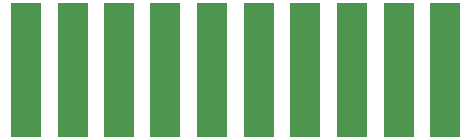
<source format=gbr>
G04 #@! TF.GenerationSoftware,KiCad,Pcbnew,5.0.0-fee4fd1~65~ubuntu17.10.1*
G04 #@! TF.CreationDate,2018-08-11T21:49:11-07:00*
G04 #@! TF.ProjectId,ATX2PCjr,4154583250436A722E6B696361645F70,rev?*
G04 #@! TF.SameCoordinates,Original*
G04 #@! TF.FileFunction,Paste,Top*
G04 #@! TF.FilePolarity,Positive*
%FSLAX46Y46*%
G04 Gerber Fmt 4.6, Leading zero omitted, Abs format (unit mm)*
G04 Created by KiCad (PCBNEW 5.0.0-fee4fd1~65~ubuntu17.10.1) date Sat Aug 11 21:49:11 2018*
%MOMM*%
%LPD*%
G01*
G04 APERTURE LIST*
%ADD10R,2.500000X11.320000*%
G04 APERTURE END LIST*
D10*
G04 #@! TO.C,J2*
X108630000Y-89660000D03*
X112570000Y-89660000D03*
X116510000Y-89660000D03*
X120380000Y-89660000D03*
X124380000Y-89660000D03*
X128350000Y-89660000D03*
X132290000Y-89660000D03*
X136240000Y-89660000D03*
X140180000Y-89660000D03*
X144130000Y-89660000D03*
G04 #@! TD*
M02*

</source>
